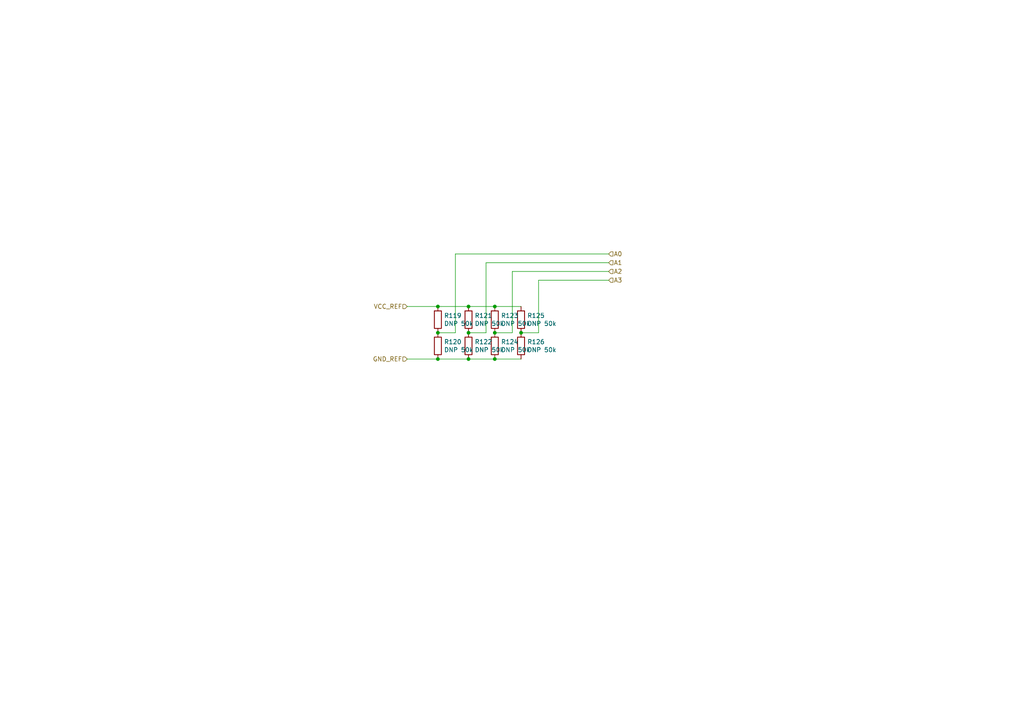
<source format=kicad_sch>
(kicad_sch (version 20211123) (generator eeschema)
  (paper "A4")
  (lib_symbols
    (symbol "Device:R" (pin_numbers hide) (pin_names (offset 0))
      (property "Reference" "R" (at 2.032 0 90))
      (property "Value" "R" (at 0 0 90))
      (symbol "R_0_1"
        (rectangle (start -1.016 -2.54) (end 1.016 2.54) (stroke (width 0.254)))
      )
      (symbol "R_1_1"
        (pin passive line (at 0 3.81 270) (length 1.27) (name "~") (number "1"))
        (pin passive line (at 0 -3.81 90) (length 1.27) (name "~") (number "2"))
      )
    )
  )
  (junction (at 143.51 96.52))
  (junction (at 127 88.9))
  (junction (at 127 96.52))
  (junction (at 127 104.14))
  (junction (at 151.13 96.52))
  (junction (at 135.89 104.14))
  (junction (at 143.51 88.9))
  (junction (at 135.89 96.52))
  (junction (at 135.89 88.9))
  (junction (at 143.51 104.14))
  (wire (pts (xy 176.53 76.2) (xy 140.97 76.2)))
  (wire (pts (xy 132.08 73.66) (xy 176.53 73.66)))
  (wire (pts (xy 148.59 96.52) (xy 148.59 78.74)))
  (wire (pts (xy 156.21 96.52) (xy 156.21 81.28)))
  (wire (pts (xy 151.13 104.14) (xy 143.51 104.14)))
  (wire (pts (xy 135.89 88.9) (xy 127 88.9)))
  (wire (pts (xy 135.89 104.14) (xy 127 104.14)))
  (wire (pts (xy 151.13 88.9) (xy 143.51 88.9)))
  (wire (pts (xy 156.21 81.28) (xy 176.53 81.28)))
  (wire (pts (xy 143.51 88.9) (xy 135.89 88.9)))
  (wire (pts (xy 127 88.9) (xy 118.11 88.9)))
  (wire (pts (xy 132.08 96.52) (xy 132.08 73.66)))
  (wire (pts (xy 143.51 96.52) (xy 148.59 96.52)))
  (wire (pts (xy 127 104.14) (xy 118.11 104.14)))
  (wire (pts (xy 143.51 104.14) (xy 135.89 104.14)))
  (wire (pts (xy 151.13 96.52) (xy 156.21 96.52)))
  (wire (pts (xy 127 96.52) (xy 132.08 96.52)))
  (wire (pts (xy 135.89 96.52) (xy 140.97 96.52)))
  (wire (pts (xy 140.97 96.52) (xy 140.97 76.2)))
  (wire (pts (xy 148.59 78.74) (xy 176.53 78.74)))
  (hierarchical_label "A1" (shape input) (at 176.53 76.2 0))
  (hierarchical_label "A2" (shape input) (at 176.53 78.74 0))
  (hierarchical_label "A0" (shape input) (at 176.53 73.66 0))
  (hierarchical_label "VCC_REF" (shape input) (at 118.11 88.9 180))
  (hierarchical_label "GND_REF" (shape input) (at 118.11 104.14 180))
  (hierarchical_label "A3" (shape input) (at 176.53 81.28 0))
  (symbol (lib_id "Device:R") (at 143.51 92.71 0) (unit 1)
    (property "Reference" "R123" (at 145.288 91.5416 0) (effects (justify left)))
    (property "Value" "DNP 50k" (at 145.288 93.853 0) (effects (justify left)))
    (property "Footprint" "Resistor_SMD:R_0603_1608Metric_Pad0.98x0.95mm_HandSolder" (effects hide))
  )
  (symbol (lib_id "Device:R") (at 143.51 100.33 0) (unit 1)
    (property "Reference" "R124" (at 145.288 99.1616 0) (effects (justify left)))
    (property "Value" "DNP 50k" (at 145.288 101.473 0) (effects (justify left)))
    (property "Footprint" "Resistor_SMD:R_0603_1608Metric_Pad0.98x0.95mm_HandSolder" (effects hide))
  )
  (symbol (lib_id "Device:R") (at 151.13 100.33 0) (unit 1)
    (property "Reference" "R126" (at 152.908 99.1616 0) (effects (justify left)))
    (property "Value" "DNP 50k" (at 152.908 101.473 0) (effects (justify left)))
    (property "Footprint" "Resistor_SMD:R_0603_1608Metric_Pad0.98x0.95mm_HandSolder" (effects hide))
  )
  (symbol (lib_id "Device:R") (at 127 92.71 0) (unit 1)
    (property "Reference" "R119" (at 128.778 91.5416 0) (effects (justify left)))
    (property "Value" "DNP 50k" (at 128.778 93.853 0) (effects (justify left)))
    (property "Footprint" "Resistor_SMD:R_0603_1608Metric_Pad0.98x0.95mm_HandSolder" (effects hide))
  )
  (symbol (lib_id "Device:R") (at 127 100.33 0) (unit 1)
    (property "Reference" "R120" (at 128.778 99.1616 0) (effects (justify left)))
    (property "Value" "DNP 50k" (at 128.778 101.473 0) (effects (justify left)))
    (property "Footprint" "Resistor_SMD:R_0603_1608Metric_Pad0.98x0.95mm_HandSolder" (effects hide))
  )
  (symbol (lib_id "Device:R") (at 151.13 92.71 0) (unit 1)
    (property "Reference" "R125" (at 152.908 91.5416 0) (effects (justify left)))
    (property "Value" "DNP 50k" (at 152.908 93.853 0) (effects (justify left)))
    (property "Footprint" "Resistor_SMD:R_0603_1608Metric_Pad0.98x0.95mm_HandSolder" (effects hide))
  )
  (symbol (lib_id "Device:R") (at 135.89 92.71 0) (unit 1)
    (property "Reference" "R121" (at 137.668 91.5416 0) (effects (justify left)))
    (property "Value" "DNP 50k" (at 137.668 93.853 0) (effects (justify left)))
    (property "Footprint" "Resistor_SMD:R_0603_1608Metric_Pad0.98x0.95mm_HandSolder" (effects hide))
  )
  (symbol (lib_id "Device:R") (at 135.89 100.33 0) (unit 1)
    (property "Reference" "R122" (at 137.668 99.1616 0) (effects (justify left)))
    (property "Value" "DNP 50k" (at 137.668 101.473 0) (effects (justify left)))
    (property "Footprint" "Resistor_SMD:R_0603_1608Metric_Pad0.98x0.95mm_HandSolder" (effects hide))
  )
)
</source>
